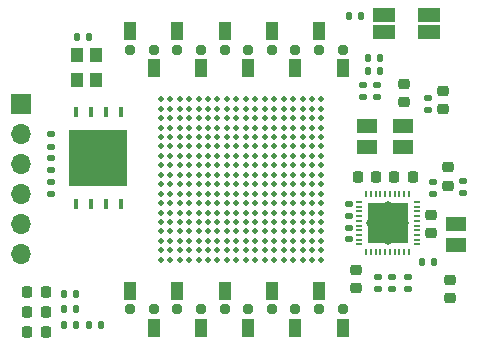
<source format=gts>
%TF.GenerationSoftware,KiCad,Pcbnew,6.0.11+dfsg-1*%
%TF.CreationDate,2026-01-14T12:01:45-05:00*%
%TF.ProjectId,Deck_FPGA,4465636b-5f46-4504-9741-2e6b69636164,rev?*%
%TF.SameCoordinates,Original*%
%TF.FileFunction,Soldermask,Top*%
%TF.FilePolarity,Negative*%
%FSLAX46Y46*%
G04 Gerber Fmt 4.6, Leading zero omitted, Abs format (unit mm)*
G04 Created by KiCad (PCBNEW 6.0.11+dfsg-1) date 2026-01-14 12:01:45*
%MOMM*%
%LPD*%
G01*
G04 APERTURE LIST*
G04 Aperture macros list*
%AMRoundRect*
0 Rectangle with rounded corners*
0 $1 Rounding radius*
0 $2 $3 $4 $5 $6 $7 $8 $9 X,Y pos of 4 corners*
0 Add a 4 corners polygon primitive as box body*
4,1,4,$2,$3,$4,$5,$6,$7,$8,$9,$2,$3,0*
0 Add four circle primitives for the rounded corners*
1,1,$1+$1,$2,$3*
1,1,$1+$1,$4,$5*
1,1,$1+$1,$6,$7*
1,1,$1+$1,$8,$9*
0 Add four rect primitives between the rounded corners*
20,1,$1+$1,$2,$3,$4,$5,0*
20,1,$1+$1,$4,$5,$6,$7,0*
20,1,$1+$1,$6,$7,$8,$9,0*
20,1,$1+$1,$8,$9,$2,$3,0*%
G04 Aperture macros list end*
%ADD10R,1.803400X1.143000*%
%ADD11RoundRect,0.140000X-0.140000X-0.170000X0.140000X-0.170000X0.140000X0.170000X-0.140000X0.170000X0*%
%ADD12RoundRect,0.225000X0.250000X-0.225000X0.250000X0.225000X-0.250000X0.225000X-0.250000X-0.225000X0*%
%ADD13RoundRect,0.135000X0.135000X0.185000X-0.135000X0.185000X-0.135000X-0.185000X0.135000X-0.185000X0*%
%ADD14RoundRect,0.135000X0.185000X-0.135000X0.185000X0.135000X-0.185000X0.135000X-0.185000X-0.135000X0*%
%ADD15R,1.100000X1.300000*%
%ADD16RoundRect,0.225000X-0.250000X0.225000X-0.250000X-0.225000X0.250000X-0.225000X0.250000X0.225000X0*%
%ADD17RoundRect,0.225000X-0.225000X-0.250000X0.225000X-0.250000X0.225000X0.250000X-0.225000X0.250000X0*%
%ADD18R,1.700000X1.700000*%
%ADD19O,1.700000X1.700000*%
%ADD20RoundRect,0.218750X-0.218750X-0.256250X0.218750X-0.256250X0.218750X0.256250X-0.218750X0.256250X0*%
%ADD21RoundRect,0.135000X-0.185000X0.135000X-0.185000X-0.135000X0.185000X-0.135000X0.185000X0.135000X0*%
%ADD22RoundRect,0.140000X0.170000X-0.140000X0.170000X0.140000X-0.170000X0.140000X-0.170000X-0.140000X0*%
%ADD23O,0.200000X0.599999*%
%ADD24O,0.599999X0.200000*%
%ADD25R,3.500001X3.500001*%
%ADD26C,0.650000*%
%ADD27C,0.950000*%
%ADD28R,1.000000X1.600000*%
%ADD29RoundRect,0.140000X-0.170000X0.140000X-0.170000X-0.140000X0.170000X-0.140000X0.170000X0.140000X0*%
%ADD30RoundRect,0.135000X-0.135000X-0.185000X0.135000X-0.185000X0.135000X0.185000X-0.135000X0.185000X0*%
%ADD31RoundRect,0.225000X0.225000X0.250000X-0.225000X0.250000X-0.225000X-0.250000X0.225000X-0.250000X0*%
%ADD32RoundRect,0.102000X0.825000X0.525000X-0.825000X0.525000X-0.825000X-0.525000X0.825000X-0.525000X0*%
%ADD33R,0.406400X0.863600*%
%ADD34R,4.902200X4.749800*%
%ADD35C,0.500000*%
G04 APERTURE END LIST*
D10*
%TO.C,L2*%
X118600000Y-114811000D03*
X118600000Y-116589000D03*
%TD*%
D11*
%TO.C,C29*%
X86520000Y-98900000D03*
X87480000Y-98900000D03*
%TD*%
D12*
%TO.C,C1*%
X117500000Y-105075000D03*
X117500000Y-103525000D03*
%TD*%
D10*
%TO.C,L1*%
X111050000Y-106461000D03*
X111050000Y-108239000D03*
%TD*%
D13*
%TO.C,R22*%
X86410000Y-122000000D03*
X85390000Y-122000000D03*
%TD*%
D14*
%TO.C,R20*%
X113200000Y-120310000D03*
X113200000Y-119290000D03*
%TD*%
D12*
%TO.C,C28*%
X114150000Y-104425000D03*
X114150000Y-102875000D03*
%TD*%
D15*
%TO.C,X1*%
X86475000Y-100450000D03*
X86475000Y-102550000D03*
X88125000Y-102550000D03*
X88125000Y-100450000D03*
%TD*%
D16*
%TO.C,C27*%
X118100000Y-119475000D03*
X118100000Y-121025000D03*
%TD*%
D14*
%TO.C,R15*%
X111900000Y-104010000D03*
X111900000Y-102990000D03*
%TD*%
D17*
%TO.C,C25*%
X113375000Y-110800000D03*
X114925000Y-110800000D03*
%TD*%
D18*
%TO.C,J3*%
X81800000Y-104650000D03*
D19*
X81800000Y-107190000D03*
X81800000Y-109730000D03*
X81800000Y-112270000D03*
X81800000Y-114810000D03*
X81800000Y-117350000D03*
%TD*%
D20*
%TO.C,D1*%
X82312500Y-123900000D03*
X83887500Y-123900000D03*
%TD*%
D16*
%TO.C,C32*%
X116500000Y-113975000D03*
X116500000Y-115525000D03*
%TD*%
D21*
%TO.C,R16*%
X84300000Y-111190000D03*
X84300000Y-112210000D03*
%TD*%
D22*
%TO.C,C3*%
X116200000Y-105080000D03*
X116200000Y-104120000D03*
%TD*%
D14*
%TO.C,R26*%
X119200000Y-112160000D03*
X119200000Y-111140000D03*
%TD*%
D23*
%TO.C,U2*%
X114599998Y-112250000D03*
X114199999Y-112250000D03*
X113799998Y-112250000D03*
X113399998Y-112250000D03*
X112999999Y-112250000D03*
X112599997Y-112250000D03*
X112199998Y-112250000D03*
X111799999Y-112250000D03*
X111399997Y-112250000D03*
X110999998Y-112250000D03*
D24*
X110349997Y-112900001D03*
X110349997Y-113300000D03*
X110349997Y-113700002D03*
X110349997Y-114100001D03*
X110349997Y-114500000D03*
X110349997Y-114900002D03*
X110349997Y-115300001D03*
X110349997Y-115700001D03*
X110349997Y-116100002D03*
X110349997Y-116500001D03*
D23*
X110999998Y-117150000D03*
X111399997Y-117150000D03*
X111799999Y-117150000D03*
X112199998Y-117150000D03*
X112599997Y-117150000D03*
X112999999Y-117150000D03*
X113399998Y-117150000D03*
X113799998Y-117150000D03*
X114199999Y-117150000D03*
X114599998Y-117150000D03*
D24*
X115249997Y-116500001D03*
X115249997Y-116100002D03*
X115249997Y-115700001D03*
X115249997Y-115300001D03*
X115249997Y-114900002D03*
X115249997Y-114500000D03*
X115249997Y-114100001D03*
X115249997Y-113700002D03*
X115249997Y-113300000D03*
X115249997Y-112900001D03*
D25*
X112800000Y-114700000D03*
D26*
X114299997Y-114700000D03*
X112800000Y-114700000D03*
X112800000Y-113200000D03*
X111299997Y-114700000D03*
X112800000Y-116200000D03*
%TD*%
D27*
%TO.C,J1*%
X91000000Y-122000000D03*
D28*
X91000000Y-120400000D03*
D27*
X93000000Y-122000000D03*
D28*
X93000000Y-123600000D03*
X95000000Y-120400000D03*
D27*
X95000000Y-122000000D03*
D28*
X97000000Y-123600000D03*
D27*
X97000000Y-122000000D03*
X99000000Y-122000000D03*
D28*
X99000000Y-120400000D03*
D27*
X101000000Y-122000000D03*
D28*
X101000000Y-123600000D03*
X103000000Y-120400000D03*
D27*
X103000000Y-122000000D03*
D28*
X105000000Y-123600000D03*
D27*
X105000000Y-122000000D03*
D28*
X107000000Y-120400000D03*
D27*
X107000000Y-122000000D03*
D28*
X109000000Y-123600000D03*
D27*
X109000000Y-122000000D03*
%TD*%
D29*
%TO.C,C23*%
X109500000Y-115120000D03*
X109500000Y-116080000D03*
%TD*%
D14*
%TO.C,R10*%
X109510000Y-114110000D03*
X109510000Y-113090000D03*
%TD*%
%TO.C,R9*%
X116650000Y-112260000D03*
X116650000Y-111240000D03*
%TD*%
D16*
%TO.C,C26*%
X110100000Y-118675000D03*
X110100000Y-120225000D03*
%TD*%
D14*
%TO.C,R18*%
X114500000Y-120310000D03*
X114500000Y-119290000D03*
%TD*%
D21*
%TO.C,R17*%
X84300000Y-109190000D03*
X84300000Y-110210000D03*
%TD*%
D28*
%TO.C,J2*%
X91000000Y-98400000D03*
D27*
X91000000Y-100000000D03*
D28*
X93000000Y-101600000D03*
D27*
X93000000Y-100000000D03*
D28*
X95000000Y-98400000D03*
D27*
X95000000Y-100000000D03*
D28*
X97000000Y-101600000D03*
D27*
X97000000Y-100000000D03*
D28*
X99000000Y-98400000D03*
D27*
X99000000Y-100000000D03*
X101000000Y-100000000D03*
D28*
X101000000Y-101600000D03*
X103000000Y-98400000D03*
D27*
X103000000Y-100000000D03*
D28*
X105000000Y-101600000D03*
D27*
X105000000Y-100000000D03*
D28*
X107000000Y-98400000D03*
D27*
X107000000Y-100000000D03*
X109000000Y-100000000D03*
D28*
X109000000Y-101600000D03*
%TD*%
D30*
%TO.C,R13*%
X115740000Y-117950000D03*
X116760000Y-117950000D03*
%TD*%
D13*
%TO.C,R7*%
X88510000Y-123300000D03*
X87490000Y-123300000D03*
%TD*%
D31*
%TO.C,C22*%
X111825000Y-110800000D03*
X110275000Y-110800000D03*
%TD*%
D14*
%TO.C,R19*%
X84300000Y-108210000D03*
X84300000Y-107190000D03*
%TD*%
D20*
%TO.C,D3*%
X82312500Y-120500000D03*
X83887500Y-120500000D03*
%TD*%
D14*
%TO.C,R21*%
X112000000Y-120310000D03*
X112000000Y-119290000D03*
%TD*%
D20*
%TO.C,D2*%
X82312500Y-122200000D03*
X83887500Y-122200000D03*
%TD*%
D13*
%TO.C,R12*%
X112160000Y-100700000D03*
X111140000Y-100700000D03*
%TD*%
D32*
%TO.C,SW1*%
X116337500Y-98550000D03*
X112487500Y-98550000D03*
X112487500Y-97100000D03*
X116337500Y-97100000D03*
%TD*%
D30*
%TO.C,R11*%
X111140000Y-101800000D03*
X112160000Y-101800000D03*
%TD*%
D13*
%TO.C,R8*%
X86410000Y-123300000D03*
X85390000Y-123300000D03*
%TD*%
D10*
%TO.C,L3*%
X114100000Y-106511000D03*
X114100000Y-108289000D03*
%TD*%
D13*
%TO.C,R23*%
X86410000Y-120700000D03*
X85390000Y-120700000D03*
%TD*%
D33*
%TO.C,U3*%
X86395000Y-113073500D03*
X87665000Y-113073500D03*
X88935000Y-113073500D03*
X90205000Y-113073500D03*
X90205000Y-105326500D03*
X88935000Y-105326500D03*
X87665000Y-105326500D03*
X86395000Y-105326500D03*
D34*
X88300000Y-109200000D03*
%TD*%
D12*
%TO.C,C24*%
X117950000Y-111525000D03*
X117950000Y-109975000D03*
%TD*%
D14*
%TO.C,R14*%
X110700000Y-104010000D03*
X110700000Y-102990000D03*
%TD*%
D30*
%TO.C,R27*%
X109540000Y-97200000D03*
X110560000Y-97200000D03*
%TD*%
D35*
%TO.C,U1*%
X93600000Y-117800000D03*
X93600000Y-117000000D03*
X93600000Y-116200000D03*
X93600000Y-115400000D03*
X93600000Y-114600000D03*
X93600000Y-113800000D03*
X93600000Y-113000000D03*
X93600000Y-112200000D03*
X93600000Y-111400000D03*
X93600000Y-110600000D03*
X93600000Y-109800000D03*
X93600000Y-109000000D03*
X93600000Y-108200000D03*
X93600000Y-107400000D03*
X93600000Y-106600000D03*
X93600000Y-105800000D03*
X93600000Y-105000000D03*
X93600000Y-104200000D03*
X94400000Y-117800000D03*
X94400000Y-117000000D03*
X94400000Y-116200000D03*
X94400000Y-115400000D03*
X94400000Y-114600000D03*
X94400000Y-113800000D03*
X94400000Y-113000000D03*
X94400000Y-112200000D03*
X94400000Y-111400000D03*
X94400000Y-110600000D03*
X94400000Y-109800000D03*
X94400000Y-109000000D03*
X94400000Y-108200000D03*
X94400000Y-107400000D03*
X94400000Y-106600000D03*
X94400000Y-105800000D03*
X94400000Y-105000000D03*
X94400000Y-104200000D03*
X95200000Y-117800000D03*
X95200000Y-117000000D03*
X95200000Y-116200000D03*
X95200000Y-115400000D03*
X95200000Y-114600000D03*
X95200000Y-113800000D03*
X95200000Y-113000000D03*
X95200000Y-112200000D03*
X95200000Y-111400000D03*
X95200000Y-110600000D03*
X95200000Y-109800000D03*
X95200000Y-109000000D03*
X95200000Y-108200000D03*
X95200000Y-107400000D03*
X95200000Y-106600000D03*
X95200000Y-105800000D03*
X95200000Y-105000000D03*
X95200000Y-104200000D03*
X96000000Y-117800000D03*
X96000000Y-117000000D03*
X96000000Y-116200000D03*
X96000000Y-115400000D03*
X96000000Y-114600000D03*
X96000000Y-113800000D03*
X96000000Y-113000000D03*
X96000000Y-112200000D03*
X96000000Y-111400000D03*
X96000000Y-110600000D03*
X96000000Y-109800000D03*
X96000000Y-109000000D03*
X96000000Y-108200000D03*
X96000000Y-107400000D03*
X96000000Y-106600000D03*
X96000000Y-105800000D03*
X96000000Y-105000000D03*
X96000000Y-104200000D03*
X96800000Y-117800000D03*
X96800000Y-117000000D03*
X96800000Y-116200000D03*
X96800000Y-115400000D03*
X96800000Y-114600000D03*
X96800000Y-113800000D03*
X96800000Y-113000000D03*
X96800000Y-112200000D03*
X96800000Y-111400000D03*
X96800000Y-110600000D03*
X96800000Y-109800000D03*
X96800000Y-109000000D03*
X96800000Y-108200000D03*
X96800000Y-107400000D03*
X96800000Y-106600000D03*
X96800000Y-105800000D03*
X96800000Y-105000000D03*
X96800000Y-104200000D03*
X97600000Y-117800000D03*
X97600000Y-117000000D03*
X97600000Y-116200000D03*
X97600000Y-115400000D03*
X97600000Y-114600000D03*
X97600000Y-113800000D03*
X97600000Y-113000000D03*
X97600000Y-112200000D03*
X97600000Y-111400000D03*
X97600000Y-110600000D03*
X97600000Y-109800000D03*
X97600000Y-109000000D03*
X97600000Y-108200000D03*
X97600000Y-107400000D03*
X97600000Y-106600000D03*
X97600000Y-105800000D03*
X97600000Y-105000000D03*
X97600000Y-104200000D03*
X98400000Y-117800000D03*
X98400000Y-117000000D03*
X98400000Y-116200000D03*
X98400000Y-115400000D03*
X98400000Y-114600000D03*
X98400000Y-113800000D03*
X98400000Y-113000000D03*
X98400000Y-112200000D03*
X98400000Y-111400000D03*
X98400000Y-110600000D03*
X98400000Y-109800000D03*
X98400000Y-109000000D03*
X98400000Y-108200000D03*
X98400000Y-107400000D03*
X98400000Y-106600000D03*
X98400000Y-105800000D03*
X98400000Y-105000000D03*
X98400000Y-104200000D03*
X99200000Y-117800000D03*
X99200000Y-117000000D03*
X99200000Y-116200000D03*
X99200000Y-115400000D03*
X99200000Y-114600000D03*
X99200000Y-113800000D03*
X99200000Y-113000000D03*
X99200000Y-112200000D03*
X99200000Y-111400000D03*
X99200000Y-110600000D03*
X99200000Y-109800000D03*
X99200000Y-109000000D03*
X99200000Y-108200000D03*
X99200000Y-107400000D03*
X99200000Y-106600000D03*
X99200000Y-105800000D03*
X99200000Y-105000000D03*
X99200000Y-104200000D03*
X100000000Y-117800000D03*
X100000000Y-117000000D03*
X100000000Y-116200000D03*
X100000000Y-115400000D03*
X100000000Y-114600000D03*
X100000000Y-113800000D03*
X100000000Y-113000000D03*
X100000000Y-112200000D03*
X100000000Y-111400000D03*
X100000000Y-110600000D03*
X100000000Y-109800000D03*
X100000000Y-109000000D03*
X100000000Y-108200000D03*
X100000000Y-107400000D03*
X100000000Y-106600000D03*
X100000000Y-105800000D03*
X100000000Y-105000000D03*
X100000000Y-104200000D03*
X100800000Y-117800000D03*
X100800000Y-117000000D03*
X100800000Y-116200000D03*
X100800000Y-115400000D03*
X100800000Y-114600000D03*
X100800000Y-113800000D03*
X100800000Y-113000000D03*
X100800000Y-112200000D03*
X100800000Y-111400000D03*
X100800000Y-110600000D03*
X100800000Y-109800000D03*
X100800000Y-109000000D03*
X100800000Y-108200000D03*
X100800000Y-107400000D03*
X100800000Y-106600000D03*
X100800000Y-105800000D03*
X100800000Y-105000000D03*
X100800000Y-104200000D03*
X101600000Y-117800000D03*
X101600000Y-117000000D03*
X101600000Y-116200000D03*
X101600000Y-115400000D03*
X101600000Y-114600000D03*
X101600000Y-113800000D03*
X101600000Y-113000000D03*
X101600000Y-112200000D03*
X101600000Y-111400000D03*
X101600000Y-110600000D03*
X101600000Y-109800000D03*
X101600000Y-109000000D03*
X101600000Y-108200000D03*
X101600000Y-107400000D03*
X101600000Y-106600000D03*
X101600000Y-105800000D03*
X101600000Y-105000000D03*
X101600000Y-104200000D03*
X102400000Y-117800000D03*
X102400000Y-117000000D03*
X102400000Y-116200000D03*
X102400000Y-115400000D03*
X102400000Y-114600000D03*
X102400000Y-113800000D03*
X102400000Y-113000000D03*
X102400000Y-112200000D03*
X102400000Y-111400000D03*
X102400000Y-110600000D03*
X102400000Y-109800000D03*
X102400000Y-109000000D03*
X102400000Y-108200000D03*
X102400000Y-107400000D03*
X102400000Y-106600000D03*
X102400000Y-105800000D03*
X102400000Y-105000000D03*
X102400000Y-104200000D03*
X103200000Y-117800000D03*
X103200000Y-117000000D03*
X103200000Y-116200000D03*
X103200000Y-115400000D03*
X103200000Y-114600000D03*
X103200000Y-113800000D03*
X103200000Y-113000000D03*
X103200000Y-112200000D03*
X103200000Y-111400000D03*
X103200000Y-110600000D03*
X103200000Y-109800000D03*
X103200000Y-109000000D03*
X103200000Y-108200000D03*
X103200000Y-107400000D03*
X103200000Y-106600000D03*
X103200000Y-105800000D03*
X103200000Y-105000000D03*
X103200000Y-104200000D03*
X104000000Y-117800000D03*
X104000000Y-117000000D03*
X104000000Y-116200000D03*
X104000000Y-115400000D03*
X104000000Y-114600000D03*
X104000000Y-113800000D03*
X104000000Y-113000000D03*
X104000000Y-112200000D03*
X104000000Y-111400000D03*
X104000000Y-110600000D03*
X104000000Y-109800000D03*
X104000000Y-109000000D03*
X104000000Y-108200000D03*
X104000000Y-107400000D03*
X104000000Y-106600000D03*
X104000000Y-105800000D03*
X104000000Y-105000000D03*
X104000000Y-104200000D03*
X104800000Y-117800000D03*
X104800000Y-117000000D03*
X104800000Y-116200000D03*
X104800000Y-115400000D03*
X104800000Y-114600000D03*
X104800000Y-113800000D03*
X104800000Y-113000000D03*
X104800000Y-112200000D03*
X104800000Y-111400000D03*
X104800000Y-110600000D03*
X104800000Y-109800000D03*
X104800000Y-109000000D03*
X104800000Y-108200000D03*
X104800000Y-107400000D03*
X104800000Y-106600000D03*
X104800000Y-105800000D03*
X104800000Y-105000000D03*
X104800000Y-104200000D03*
X105600000Y-117800000D03*
X105600000Y-117000000D03*
X105600000Y-116200000D03*
X105600000Y-115400000D03*
X105600000Y-114600000D03*
X105600000Y-113800000D03*
X105600000Y-113000000D03*
X105600000Y-112200000D03*
X105600000Y-111400000D03*
X105600000Y-110600000D03*
X105600000Y-109800000D03*
X105600000Y-109000000D03*
X105600000Y-108200000D03*
X105600000Y-107400000D03*
X105600000Y-106600000D03*
X105600000Y-105800000D03*
X105600000Y-105000000D03*
X105600000Y-104200000D03*
X106400000Y-117800000D03*
X106400000Y-117000000D03*
X106400000Y-116200000D03*
X106400000Y-115400000D03*
X106400000Y-114600000D03*
X106400000Y-113800000D03*
X106400000Y-113000000D03*
X106400000Y-112200000D03*
X106400000Y-111400000D03*
X106400000Y-110600000D03*
X106400000Y-109800000D03*
X106400000Y-109000000D03*
X106400000Y-108200000D03*
X106400000Y-107400000D03*
X106400000Y-106600000D03*
X106400000Y-105800000D03*
X106400000Y-105000000D03*
X106400000Y-104200000D03*
X107200000Y-117800000D03*
X107200000Y-117000000D03*
X107200000Y-116200000D03*
X107200000Y-115400000D03*
X107200000Y-114600000D03*
X107200000Y-113800000D03*
X107200000Y-113000000D03*
X107200000Y-112200000D03*
X107200000Y-111400000D03*
X107200000Y-110600000D03*
X107200000Y-109800000D03*
X107200000Y-109000000D03*
X107200000Y-108200000D03*
X107200000Y-107400000D03*
X107200000Y-106600000D03*
X107200000Y-105800000D03*
X107200000Y-105000000D03*
X107200000Y-104200000D03*
%TD*%
M02*

</source>
